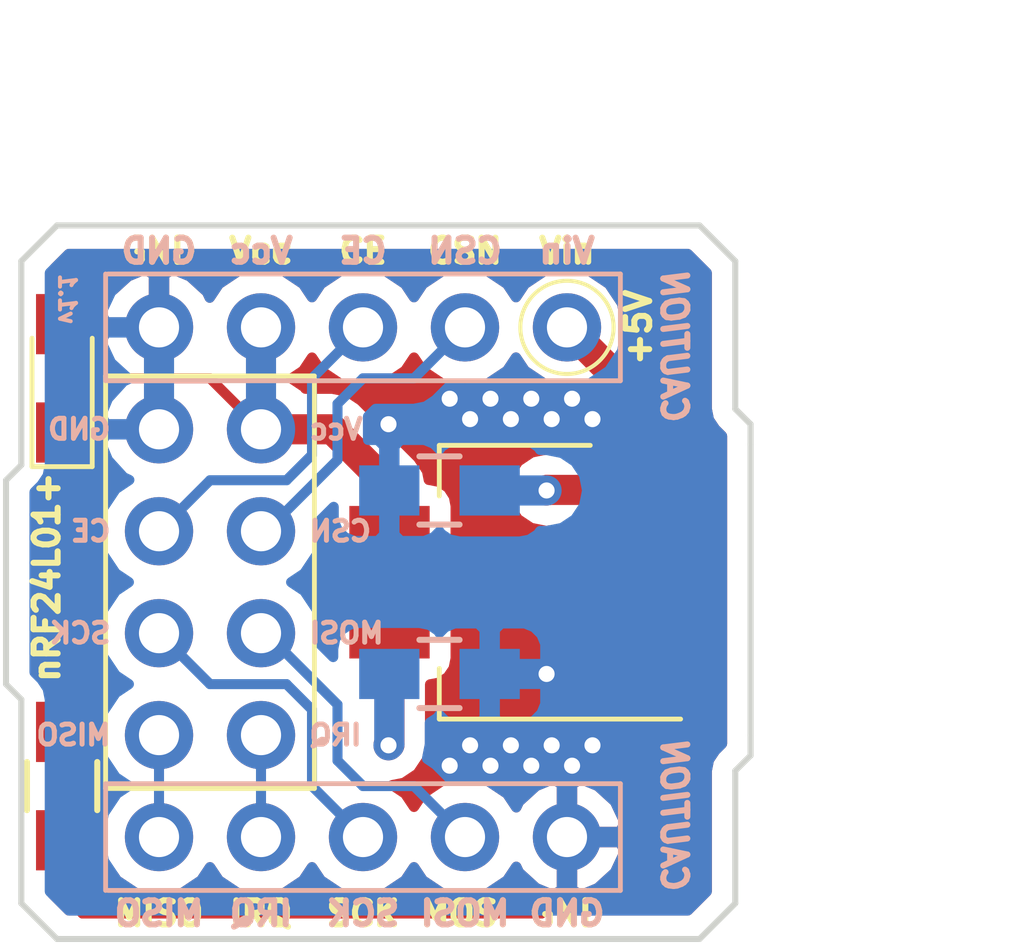
<source format=kicad_pcb>
(kicad_pcb (version 4) (host pcbnew 4.0.7)

  (general
    (links 20)
    (no_connects 0)
    (area 137.338999 85.903999 156.031001 103.834001)
    (thickness 1.6)
    (drawings 65)
    (tracks 102)
    (zones 0)
    (modules 8)
    (nets 11)
  )

  (page A4)
  (title_block
    (title "nrf24L01 Breadboard Breakout")
    (date 2018-04-02)
    (rev 1.1)
    (company "Kullen Robotics")
    (comment 1 "Filip Salomonsson")
  )

  (layers
    (0 F.Cu signal)
    (31 B.Cu signal)
    (32 B.Adhes user)
    (33 F.Adhes user)
    (34 B.Paste user)
    (35 F.Paste user)
    (36 B.SilkS user)
    (37 F.SilkS user)
    (38 B.Mask user)
    (39 F.Mask user)
    (40 Dwgs.User user)
    (41 Cmts.User user)
    (42 Eco1.User user)
    (43 Eco2.User user)
    (44 Edge.Cuts user)
    (45 Margin user)
    (46 B.CrtYd user)
    (47 F.CrtYd user)
    (48 B.Fab user)
    (49 F.Fab user)
  )

  (setup
    (last_trace_width 0.25)
    (user_trace_width 0.25)
    (user_trace_width 0.4)
    (user_trace_width 0.75)
    (trace_clearance 0.2)
    (zone_clearance 0.508)
    (zone_45_only yes)
    (trace_min 0.2)
    (segment_width 0.1)
    (edge_width 0.15)
    (via_size 0.6)
    (via_drill 0.4)
    (via_min_size 0.4)
    (via_min_drill 0.3)
    (uvia_size 0.3)
    (uvia_drill 0.1)
    (uvias_allowed no)
    (uvia_min_size 0.2)
    (uvia_min_drill 0.1)
    (pcb_text_width 0.3)
    (pcb_text_size 1.5 1.5)
    (mod_edge_width 0.15)
    (mod_text_size 1 1)
    (mod_text_width 0.15)
    (pad_size 1.524 1.524)
    (pad_drill 0.762)
    (pad_to_mask_clearance 0.2)
    (aux_axis_origin 0 0)
    (grid_origin 175.895 111.125)
    (visible_elements FFFFFF7F)
    (pcbplotparams
      (layerselection 0x010f0_80000001)
      (usegerberextensions true)
      (excludeedgelayer true)
      (linewidth 0.100000)
      (plotframeref false)
      (viasonmask false)
      (mode 1)
      (useauxorigin false)
      (hpglpennumber 1)
      (hpglpenspeed 20)
      (hpglpendiameter 15)
      (hpglpenoverlay 2)
      (psnegative false)
      (psa4output false)
      (plotreference true)
      (plotvalue true)
      (plotinvisibletext false)
      (padsonsilk false)
      (subtractmaskfromsilk false)
      (outputformat 1)
      (mirror false)
      (drillshape 0)
      (scaleselection 1)
      (outputdirectory nrf24-breakout-1.1/))
  )

  (net 0 "")
  (net 1 VCC)
  (net 2 GND)
  (net 3 +3V3)
  (net 4 CE)
  (net 5 CSN)
  (net 6 SCK)
  (net 7 MOSI)
  (net 8 MISO)
  (net 9 IRQ)
  (net 10 "Net-(D1-Pad1)")

  (net_class Default "This is the default net class."
    (clearance 0.2)
    (trace_width 0.25)
    (via_dia 0.6)
    (via_drill 0.4)
    (uvia_dia 0.3)
    (uvia_drill 0.1)
    (add_net +3V3)
    (add_net CE)
    (add_net CSN)
    (add_net GND)
    (add_net IRQ)
    (add_net MISO)
    (add_net MOSI)
    (add_net "Net-(D1-Pad1)")
    (add_net SCK)
    (add_net VCC)
  )

  (module Socket_Strips:Socket_Strip_Straight_2x04_Pitch2.54mm (layer F.Cu) (tedit 5AC21B9A) (tstamp 5AC11109)
    (at 143.764 91.059)
    (descr "Through hole straight socket strip, 2x04, 2.54mm pitch, double rows")
    (tags "Through hole socket strip THT 2x04 2.54mm double row")
    (path /5AC1035C)
    (fp_text reference J1 (at -1.27 -2.33) (layer F.SilkS) hide
      (effects (font (size 1 1) (thickness 0.15)))
    )
    (fp_text value nRF24L01 (at -5.08 3.81 90) (layer F.Fab) hide
      (effects (font (size 0.6 0.6) (thickness 0.15)))
    )
    (fp_line (start -3.81 -1.27) (end -3.81 8.89) (layer F.Fab) (width 0.1))
    (fp_line (start -3.81 8.89) (end 1.27 8.89) (layer F.Fab) (width 0.1))
    (fp_line (start 1.27 8.89) (end 1.27 -1.27) (layer F.Fab) (width 0.1))
    (fp_line (start 1.27 -1.27) (end -3.81 -1.27) (layer F.Fab) (width 0.1))
    (fp_line (start 1.33 -1.27) (end 1.33 8.95) (layer F.SilkS) (width 0.12))
    (fp_line (start 1.33 8.95) (end -3.87 8.95) (layer F.SilkS) (width 0.12))
    (fp_line (start -3.87 8.95) (end -3.87 -1.33) (layer F.SilkS) (width 0.12))
    (fp_line (start -3.87 -1.33) (end 1.33 -1.33) (layer F.SilkS) (width 0.12))
    (fp_line (start -4.35 -1.8) (end -4.35 9.4) (layer F.CrtYd) (width 0.05))
    (fp_line (start -4.35 9.4) (end 1.8 9.4) (layer F.CrtYd) (width 0.05))
    (fp_line (start 1.8 9.4) (end 1.8 -1.8) (layer F.CrtYd) (width 0.05))
    (fp_line (start 1.8 -1.8) (end -4.35 -1.8) (layer F.CrtYd) (width 0.05))
    (fp_text user %R (at -1.27 -2.33) (layer F.Fab) hide
      (effects (font (size 1 1) (thickness 0.15)))
    )
    (pad 2 thru_hole oval (at 0 0) (size 1.7 1.7) (drill 1) (layers *.Cu *.Mask)
      (net 3 +3V3))
    (pad 1 thru_hole oval (at -2.54 0) (size 1.7 1.7) (drill 1) (layers *.Cu *.Mask)
      (net 2 GND))
    (pad 4 thru_hole oval (at 0 2.54) (size 1.7 1.7) (drill 1) (layers *.Cu *.Mask)
      (net 5 CSN))
    (pad 3 thru_hole oval (at -2.54 2.54) (size 1.7 1.7) (drill 1) (layers *.Cu *.Mask)
      (net 4 CE))
    (pad 6 thru_hole oval (at 0 5.08) (size 1.7 1.7) (drill 1) (layers *.Cu *.Mask)
      (net 7 MOSI))
    (pad 5 thru_hole oval (at -2.54 5.08) (size 1.7 1.7) (drill 1) (layers *.Cu *.Mask)
      (net 6 SCK))
    (pad 8 thru_hole oval (at 0 7.62) (size 1.7 1.7) (drill 1) (layers *.Cu *.Mask)
      (net 9 IRQ))
    (pad 7 thru_hole oval (at -2.54 7.62) (size 1.7 1.7) (drill 1) (layers *.Cu *.Mask)
      (net 8 MISO))
    (model ${KISYS3DMOD}/Socket_Strips.3dshapes/Socket_Strip_Straight_2x04_Pitch2.54mm.wrl
      (at (xyz -0.05 -0.15 0))
      (scale (xyz 1 1 1))
      (rotate (xyz 0 0 270))
    )
  )

  (module TO_SOT_Packages_SMD:SOT-223-3Lead_TabPin2 (layer F.Cu) (tedit 5AC13A03) (tstamp 5AC11122)
    (at 150.114 94.869 180)
    (descr "module CMS SOT223 4 pins")
    (tags "CMS SOT")
    (path /5AC10A9A)
    (attr smd)
    (fp_text reference U1 (at 0 -4.5 180) (layer F.SilkS) hide
      (effects (font (size 1 1) (thickness 0.15)))
    )
    (fp_text value AZ1117-3.3 (at 0 4.5 180) (layer F.Fab) hide
      (effects (font (size 1 1) (thickness 0.15)))
    )
    (fp_text user %R (at 0 0 270) (layer F.Fab)
      (effects (font (size 0.8 0.8) (thickness 0.12)))
    )
    (fp_line (start 1.91 3.41) (end 1.91 2.15) (layer F.SilkS) (width 0.12))
    (fp_line (start 1.91 -3.41) (end 1.91 -2.15) (layer F.SilkS) (width 0.12))
    (fp_line (start 4.4 -3.6) (end -4.4 -3.6) (layer F.CrtYd) (width 0.05))
    (fp_line (start 4.4 3.6) (end 4.4 -3.6) (layer F.CrtYd) (width 0.05))
    (fp_line (start -4.4 3.6) (end 4.4 3.6) (layer F.CrtYd) (width 0.05))
    (fp_line (start -4.4 -3.6) (end -4.4 3.6) (layer F.CrtYd) (width 0.05))
    (fp_line (start -1.85 -2.35) (end -0.85 -3.35) (layer F.Fab) (width 0.1))
    (fp_line (start -1.85 -2.35) (end -1.85 3.35) (layer F.Fab) (width 0.1))
    (fp_line (start -1.85 3.41) (end 1.91 3.41) (layer F.SilkS) (width 0.12))
    (fp_line (start -0.85 -3.35) (end 1.85 -3.35) (layer F.Fab) (width 0.1))
    (fp_line (start -4.1 -3.41) (end 1.91 -3.41) (layer F.SilkS) (width 0.12))
    (fp_line (start -1.85 3.35) (end 1.85 3.35) (layer F.Fab) (width 0.1))
    (fp_line (start 1.85 -3.35) (end 1.85 3.35) (layer F.Fab) (width 0.1))
    (pad 2 smd rect (at 3.15 0 180) (size 2 3.8) (layers F.Cu F.Paste F.Mask)
      (net 3 +3V3))
    (pad 2 smd rect (at -3.15 0 180) (size 2 1.5) (layers F.Cu F.Paste F.Mask)
      (net 3 +3V3))
    (pad 3 smd rect (at -3.15 2.3 180) (size 2 1.5) (layers F.Cu F.Paste F.Mask)
      (net 1 VCC))
    (pad 1 smd rect (at -3.15 -2.3 180) (size 2 1.5) (layers F.Cu F.Paste F.Mask)
      (net 2 GND))
    (model ${KISYS3DMOD}/TO_SOT_Packages_SMD.3dshapes/SOT-223.wrl
      (at (xyz 0 0 0))
      (scale (xyz 1 1 1))
      (rotate (xyz 0 0 0))
    )
  )

  (module Pin_Headers:Pin_Header_Straight_1x05_Pitch2.54mm (layer B.Cu) (tedit 5AC14CB0) (tstamp 5AC133CC)
    (at 141.224 101.219 270)
    (descr "Through hole straight pin header, 1x05, 2.54mm pitch, single row")
    (tags "Through hole pin header THT 1x05 2.54mm single row")
    (path /5AC13953)
    (fp_text reference J3 (at 0 2.33 270) (layer B.SilkS) hide
      (effects (font (size 1 1) (thickness 0.15)) (justify mirror))
    )
    (fp_text value Conn_01x05_Male (at 0 -12.49 270) (layer B.Fab) hide
      (effects (font (size 1 1) (thickness 0.15)) (justify mirror))
    )
    (fp_line (start -0.635 1.27) (end 1.27 1.27) (layer B.Fab) (width 0.1))
    (fp_line (start 1.27 1.27) (end 1.27 -11.43) (layer B.Fab) (width 0.1))
    (fp_line (start 1.27 -11.43) (end -1.27 -11.43) (layer B.Fab) (width 0.1))
    (fp_line (start -1.27 -11.43) (end -1.27 0.635) (layer B.Fab) (width 0.1))
    (fp_line (start -1.27 0.635) (end -0.635 1.27) (layer B.Fab) (width 0.1))
    (fp_line (start -1.33 -11.49) (end 1.33 -11.49) (layer B.SilkS) (width 0.12))
    (fp_line (start -1.33 1.27) (end -1.33 -11.49) (layer B.SilkS) (width 0.12))
    (fp_line (start 1.33 1.27) (end 1.33 -11.49) (layer B.SilkS) (width 0.12))
    (fp_line (start -1.33 1.33) (end 1.33 1.33) (layer B.SilkS) (width 0.12))
    (fp_line (start -1.8 1.8) (end -1.8 -11.95) (layer B.CrtYd) (width 0.05))
    (fp_line (start -1.8 -11.95) (end 1.8 -11.95) (layer B.CrtYd) (width 0.05))
    (fp_line (start 1.8 -11.95) (end 1.8 1.8) (layer B.CrtYd) (width 0.05))
    (fp_line (start 1.8 1.8) (end -1.8 1.8) (layer B.CrtYd) (width 0.05))
    (fp_text user %R (at 0 -5.08 540) (layer B.Fab)
      (effects (font (size 1 1) (thickness 0.15)) (justify mirror))
    )
    (pad 1 thru_hole oval (at 0 0 270) (size 1.7 1.7) (drill 1) (layers *.Cu *.Mask)
      (net 8 MISO))
    (pad 2 thru_hole oval (at 0 -2.54 270) (size 1.7 1.7) (drill 1) (layers *.Cu *.Mask)
      (net 9 IRQ))
    (pad 3 thru_hole oval (at 0 -5.08 270) (size 1.7 1.7) (drill 1) (layers *.Cu *.Mask)
      (net 6 SCK))
    (pad 4 thru_hole oval (at 0 -7.62 270) (size 1.7 1.7) (drill 1) (layers *.Cu *.Mask)
      (net 7 MOSI))
    (pad 5 thru_hole oval (at 0 -10.16 270) (size 1.7 1.7) (drill 1) (layers *.Cu *.Mask)
      (net 2 GND))
    (model ${KISYS3DMOD}/Pin_Headers.3dshapes/Pin_Header_Straight_1x05_Pitch2.54mm.wrl
      (at (xyz 0 0 0))
      (scale (xyz 1 1 1))
      (rotate (xyz 0 0 0))
    )
  )

  (module Pin_Headers:Pin_Header_Straight_1x05_Pitch2.54mm (layer B.Cu) (tedit 5AC14CA4) (tstamp 5AC11112)
    (at 141.224 88.519 270)
    (descr "Through hole straight pin header, 1x05, 2.54mm pitch, single row")
    (tags "Through hole pin header THT 1x05 2.54mm single row")
    (path /5AC10F01)
    (fp_text reference J2 (at 0 2.33 270) (layer B.SilkS) hide
      (effects (font (size 1 1) (thickness 0.15)) (justify mirror))
    )
    (fp_text value Conn_01x05_Male (at 0 -12.49 270) (layer B.Fab) hide
      (effects (font (size 1 1) (thickness 0.15)) (justify mirror))
    )
    (fp_line (start -0.635 1.27) (end 1.27 1.27) (layer B.Fab) (width 0.1))
    (fp_line (start 1.27 1.27) (end 1.27 -11.43) (layer B.Fab) (width 0.1))
    (fp_line (start 1.27 -11.43) (end -1.27 -11.43) (layer B.Fab) (width 0.1))
    (fp_line (start -1.27 -11.43) (end -1.27 0.635) (layer B.Fab) (width 0.1))
    (fp_line (start -1.27 0.635) (end -0.635 1.27) (layer B.Fab) (width 0.1))
    (fp_line (start -1.33 -11.49) (end 1.33 -11.49) (layer B.SilkS) (width 0.12))
    (fp_line (start -1.33 1.27) (end -1.33 -11.49) (layer B.SilkS) (width 0.12))
    (fp_line (start 1.33 1.27) (end 1.33 -11.49) (layer B.SilkS) (width 0.12))
    (fp_line (start -1.33 1.33) (end 1.33 1.33) (layer B.SilkS) (width 0.12))
    (fp_line (start -1.8 1.8) (end -1.8 -11.95) (layer B.CrtYd) (width 0.05))
    (fp_line (start -1.8 -11.95) (end 1.8 -11.95) (layer B.CrtYd) (width 0.05))
    (fp_line (start 1.8 -11.95) (end 1.8 1.8) (layer B.CrtYd) (width 0.05))
    (fp_line (start 1.8 1.8) (end -1.8 1.8) (layer B.CrtYd) (width 0.05))
    (fp_text user %R (at 0 -5.08 540) (layer B.Fab)
      (effects (font (size 1 1) (thickness 0.15)) (justify mirror))
    )
    (pad 1 thru_hole oval (at 0 0 270) (size 1.7 1.7) (drill 1) (layers *.Cu *.Mask)
      (net 2 GND))
    (pad 2 thru_hole oval (at 0 -2.54 270) (size 1.7 1.7) (drill 1) (layers *.Cu *.Mask)
      (net 3 +3V3))
    (pad 3 thru_hole oval (at 0 -5.08 270) (size 1.7 1.7) (drill 1) (layers *.Cu *.Mask)
      (net 4 CE))
    (pad 4 thru_hole oval (at 0 -7.62 270) (size 1.7 1.7) (drill 1) (layers *.Cu *.Mask)
      (net 5 CSN))
    (pad 5 thru_hole oval (at 0 -10.16 270) (size 1.7 1.7) (drill 1) (layers *.Cu *.Mask)
      (net 1 VCC))
    (model ${KISYS3DMOD}/Pin_Headers.3dshapes/Pin_Header_Straight_1x05_Pitch2.54mm.wrl
      (at (xyz 0 0 0))
      (scale (xyz 1 1 1))
      (rotate (xyz 0 0 0))
    )
  )

  (module LEDs:LED_0805_HandSoldering (layer F.Cu) (tedit 5AC1394E) (tstamp 5AC11986)
    (at 138.811 89.789 90)
    (descr "Resistor SMD 0805, hand soldering")
    (tags "resistor 0805")
    (path /5AC12AB6)
    (attr smd)
    (fp_text reference D1 (at 0 -1.7 90) (layer F.SilkS) hide
      (effects (font (size 1 1) (thickness 0.15)))
    )
    (fp_text value LED (at 0 1.75 90) (layer F.Fab) hide
      (effects (font (size 1 1) (thickness 0.15)))
    )
    (fp_line (start -0.4 -0.4) (end -0.4 0.4) (layer F.Fab) (width 0.1))
    (fp_line (start -0.4 0) (end 0.2 -0.4) (layer F.Fab) (width 0.1))
    (fp_line (start 0.2 0.4) (end -0.4 0) (layer F.Fab) (width 0.1))
    (fp_line (start 0.2 -0.4) (end 0.2 0.4) (layer F.Fab) (width 0.1))
    (fp_line (start -1 0.62) (end -1 -0.62) (layer F.Fab) (width 0.1))
    (fp_line (start 1 0.62) (end -1 0.62) (layer F.Fab) (width 0.1))
    (fp_line (start 1 -0.62) (end 1 0.62) (layer F.Fab) (width 0.1))
    (fp_line (start -1 -0.62) (end 1 -0.62) (layer F.Fab) (width 0.1))
    (fp_line (start 1 0.75) (end -2.2 0.75) (layer F.SilkS) (width 0.12))
    (fp_line (start -2.2 -0.75) (end 1 -0.75) (layer F.SilkS) (width 0.12))
    (fp_line (start -2.35 -0.9) (end 2.35 -0.9) (layer F.CrtYd) (width 0.05))
    (fp_line (start -2.35 -0.9) (end -2.35 0.9) (layer F.CrtYd) (width 0.05))
    (fp_line (start 2.35 0.9) (end 2.35 -0.9) (layer F.CrtYd) (width 0.05))
    (fp_line (start 2.35 0.9) (end -2.35 0.9) (layer F.CrtYd) (width 0.05))
    (fp_line (start -2.2 -0.75) (end -2.2 0.75) (layer F.SilkS) (width 0.12))
    (pad 1 smd rect (at -1.35 0 90) (size 1.5 1.3) (layers F.Cu F.Paste F.Mask)
      (net 10 "Net-(D1-Pad1)"))
    (pad 2 smd rect (at 1.35 0 90) (size 1.5 1.3) (layers F.Cu F.Paste F.Mask)
      (net 3 +3V3))
    (model ${KISYS3DMOD}/LEDs.3dshapes/LED_0805.wrl
      (at (xyz 0 0 0))
      (scale (xyz 1 1 1))
      (rotate (xyz 0 0 0))
    )
  )

  (module Resistors_SMD:R_0805_HandSoldering (layer F.Cu) (tedit 5AC12BCF) (tstamp 5AC1198C)
    (at 138.811 99.949 270)
    (descr "Resistor SMD 0805, hand soldering")
    (tags "resistor 0805")
    (path /5AC12B66)
    (attr smd)
    (fp_text reference R1 (at 0 -2.1 270) (layer F.SilkS) hide
      (effects (font (size 1 1) (thickness 0.15)))
    )
    (fp_text value 1kΩ (at 0 2.1 270) (layer F.Fab) hide
      (effects (font (size 1 1) (thickness 0.15)))
    )
    (fp_line (start -1 0.625) (end -1 -0.625) (layer F.Fab) (width 0.1))
    (fp_line (start 1 0.625) (end -1 0.625) (layer F.Fab) (width 0.1))
    (fp_line (start 1 -0.625) (end 1 0.625) (layer F.Fab) (width 0.1))
    (fp_line (start -1 -0.625) (end 1 -0.625) (layer F.Fab) (width 0.1))
    (fp_line (start -2.4 -1) (end 2.4 -1) (layer F.CrtYd) (width 0.05))
    (fp_line (start -2.4 1) (end 2.4 1) (layer F.CrtYd) (width 0.05))
    (fp_line (start -2.4 -1) (end -2.4 1) (layer F.CrtYd) (width 0.05))
    (fp_line (start 2.4 -1) (end 2.4 1) (layer F.CrtYd) (width 0.05))
    (fp_line (start 0.6 0.875) (end -0.6 0.875) (layer F.SilkS) (width 0.15))
    (fp_line (start -0.6 -0.875) (end 0.6 -0.875) (layer F.SilkS) (width 0.15))
    (pad 1 smd rect (at -1.35 0 270) (size 1.5 1.3) (layers F.Cu F.Paste F.Mask)
      (net 10 "Net-(D1-Pad1)"))
    (pad 2 smd rect (at 1.35 0 270) (size 1.5 1.3) (layers F.Cu F.Paste F.Mask)
      (net 2 GND))
    (model Resistors_SMD.3dshapes/R_0805_HandSoldering.wrl
      (at (xyz 0 0 0))
      (scale (xyz 1 1 1))
      (rotate (xyz 0 0 0))
    )
  )

  (module Capacitors_SMD:C_0805_HandSoldering (layer B.Cu) (tedit 5AC12BC9) (tstamp 5AC110FD)
    (at 148.209 97.155)
    (descr "Capacitor SMD 0805, hand soldering")
    (tags "capacitor 0805")
    (path /5AC102B3)
    (attr smd)
    (fp_text reference C2 (at 0 2.1) (layer B.SilkS) hide
      (effects (font (size 1 1) (thickness 0.15)) (justify mirror))
    )
    (fp_text value 10uF (at 0 -2.1) (layer B.Fab) hide
      (effects (font (size 1 1) (thickness 0.15)) (justify mirror))
    )
    (fp_line (start -1 -0.625) (end -1 0.625) (layer B.Fab) (width 0.15))
    (fp_line (start 1 -0.625) (end -1 -0.625) (layer B.Fab) (width 0.15))
    (fp_line (start 1 0.625) (end 1 -0.625) (layer B.Fab) (width 0.15))
    (fp_line (start -1 0.625) (end 1 0.625) (layer B.Fab) (width 0.15))
    (fp_line (start -2.3 1) (end 2.3 1) (layer B.CrtYd) (width 0.05))
    (fp_line (start -2.3 -1) (end 2.3 -1) (layer B.CrtYd) (width 0.05))
    (fp_line (start -2.3 1) (end -2.3 -1) (layer B.CrtYd) (width 0.05))
    (fp_line (start 2.3 1) (end 2.3 -1) (layer B.CrtYd) (width 0.05))
    (fp_line (start 0.5 0.85) (end -0.5 0.85) (layer B.SilkS) (width 0.15))
    (fp_line (start -0.5 -0.85) (end 0.5 -0.85) (layer B.SilkS) (width 0.15))
    (pad 1 smd rect (at -1.25 0) (size 1.5 1.25) (layers B.Cu B.Paste B.Mask)
      (net 3 +3V3))
    (pad 2 smd rect (at 1.25 0) (size 1.5 1.25) (layers B.Cu B.Paste B.Mask)
      (net 2 GND))
    (model Capacitors_SMD.3dshapes/C_0805_HandSoldering.wrl
      (at (xyz 0 0 0))
      (scale (xyz 1 1 1))
      (rotate (xyz 0 0 0))
    )
  )

  (module Capacitors_SMD:C_0805_HandSoldering (layer B.Cu) (tedit 5AC12BB4) (tstamp 5AC110F7)
    (at 148.209 92.583 180)
    (descr "Capacitor SMD 0805, hand soldering")
    (tags "capacitor 0805")
    (path /5AC10233)
    (attr smd)
    (fp_text reference C1 (at 0 2.1 180) (layer B.SilkS) hide
      (effects (font (size 1 1) (thickness 0.15)) (justify mirror))
    )
    (fp_text value 10uF (at 0 -2.1 180) (layer B.Fab) hide
      (effects (font (size 1 1) (thickness 0.15)) (justify mirror))
    )
    (fp_line (start -1 -0.625) (end -1 0.625) (layer B.Fab) (width 0.15))
    (fp_line (start 1 -0.625) (end -1 -0.625) (layer B.Fab) (width 0.15))
    (fp_line (start 1 0.625) (end 1 -0.625) (layer B.Fab) (width 0.15))
    (fp_line (start -1 0.625) (end 1 0.625) (layer B.Fab) (width 0.15))
    (fp_line (start -2.3 1) (end 2.3 1) (layer B.CrtYd) (width 0.05))
    (fp_line (start -2.3 -1) (end 2.3 -1) (layer B.CrtYd) (width 0.05))
    (fp_line (start -2.3 1) (end -2.3 -1) (layer B.CrtYd) (width 0.05))
    (fp_line (start 2.3 1) (end 2.3 -1) (layer B.CrtYd) (width 0.05))
    (fp_line (start 0.5 0.85) (end -0.5 0.85) (layer B.SilkS) (width 0.15))
    (fp_line (start -0.5 -0.85) (end 0.5 -0.85) (layer B.SilkS) (width 0.15))
    (pad 1 smd rect (at -1.25 0 180) (size 1.5 1.25) (layers B.Cu B.Paste B.Mask)
      (net 1 VCC))
    (pad 2 smd rect (at 1.25 0 180) (size 1.5 1.25) (layers B.Cu B.Paste B.Mask)
      (net 2 GND))
    (model Capacitors_SMD.3dshapes/C_0805_HandSoldering.wrl
      (at (xyz 0 0 0))
      (scale (xyz 1 1 1))
      (rotate (xyz 0 0 0))
    )
  )

  (dimension 17.78 (width 0.3) (layer Cmts.User)
    (gr_text "17.780 mm" (at 160.1 94.869 90) (layer Cmts.User)
      (effects (font (size 1.5 1.5) (thickness 0.3)))
    )
    (feature1 (pts (xy 154.686 85.979) (xy 161.45 85.979)))
    (feature2 (pts (xy 154.686 103.759) (xy 161.45 103.759)))
    (crossbar (pts (xy 158.75 103.759) (xy 158.75 85.979)))
    (arrow1a (pts (xy 158.75 85.979) (xy 159.336421 87.105504)))
    (arrow1b (pts (xy 158.75 85.979) (xy 158.163579 87.105504)))
    (arrow2a (pts (xy 158.75 103.759) (xy 159.336421 102.632496)))
    (arrow2b (pts (xy 158.75 103.759) (xy 158.163579 102.632496)))
  )
  (dimension 18.542 (width 0.3) (layer Cmts.User)
    (gr_text "18.542 mm" (at 146.685 82.216) (layer Cmts.User)
      (effects (font (size 1.5 1.5) (thickness 0.3)))
    )
    (feature1 (pts (xy 155.956 93.091) (xy 155.956 80.866)))
    (feature2 (pts (xy 137.414 93.091) (xy 137.414 80.866)))
    (crossbar (pts (xy 137.414 83.566) (xy 155.956 83.566)))
    (arrow1a (pts (xy 155.956 83.566) (xy 154.829496 84.152421)))
    (arrow1b (pts (xy 155.956 83.566) (xy 154.829496 82.979579)))
    (arrow2a (pts (xy 137.414 83.566) (xy 138.540504 84.152421)))
    (arrow2b (pts (xy 137.414 83.566) (xy 138.540504 82.979579)))
  )
  (gr_line (start 152.908 98.425) (end 152.908 91.567) (angle 90) (layer B.Mask) (width 0.1))
  (gr_line (start 155.575 90.551) (end 155.575 86.868) (angle 90) (layer Edge.Cuts) (width 0.15))
  (gr_line (start 155.575 102.87) (end 155.575 99.568) (angle 90) (layer Edge.Cuts) (width 0.15))
  (gr_line (start 155.956 90.932) (end 155.956 91.44) (angle 90) (layer Edge.Cuts) (width 0.15))
  (gr_line (start 155.956 99.187) (end 155.956 98.679) (angle 90) (layer Edge.Cuts) (width 0.15))
  (gr_line (start 155.956 99.187) (end 155.575 99.568) (angle 90) (layer Edge.Cuts) (width 0.15))
  (gr_line (start 155.956 91.44) (end 155.956 98.679) (angle 90) (layer Edge.Cuts) (width 0.15))
  (gr_line (start 155.575 90.551) (end 155.956 90.932) (angle 90) (layer Edge.Cuts) (width 0.15))
  (gr_line (start 154.686 103.759) (end 138.684 103.759) (angle 90) (layer Edge.Cuts) (width 0.15))
  (gr_line (start 155.575 102.87) (end 154.686 103.759) (angle 90) (layer Edge.Cuts) (width 0.15))
  (gr_line (start 154.686 85.979) (end 138.684 85.979) (angle 90) (layer Edge.Cuts) (width 0.15))
  (gr_line (start 155.575 86.868) (end 154.686 85.979) (angle 90) (layer Edge.Cuts) (width 0.15))
  (gr_text . (at 152.781 100.584) (layer F.Mask)
    (effects (font (size 0.4 0.4) (thickness 0.1)))
  )
  (gr_text . (at 152.5905 101.346 90) (layer F.Mask)
    (effects (font (size 0.4 0.4) (thickness 0.1)))
  )
  (gr_text . (at 152.8445 100.33 90) (layer F.Mask)
    (effects (font (size 0.4 0.4) (thickness 0.1)))
  )
  (gr_text . (at 153.035 99.8855 90) (layer F.Mask)
    (effects (font (size 0.4 0.4) (thickness 0.1)))
  )
  (gr_text . (at 153.0985 99.06 90) (layer F.Mask)
    (effects (font (size 0.4 0.4) (thickness 0.1)))
  )
  (gr_text . (at 153.543 99.187 90) (layer F.Mask)
    (effects (font (size 0.4 0.4) (thickness 0.1)))
  )
  (gr_text . (at 153.4795 99.822 90) (layer F.Mask)
    (effects (font (size 0.4 0.4) (thickness 0.1)))
  )
  (gr_text "Kullen\n  Robotics" (at 153.8605 102.616 90) (layer F.Mask)
    (effects (font (size 0.4 0.4) (thickness 0.1) italic) (justify left))
  )
  (gr_text CAUTION (at 154.051 89.027 270) (layer B.SilkS)
    (effects (font (size 0.6 0.6) (thickness 0.15) italic) (justify mirror))
  )
  (gr_text "THIS MACHINE\nHAS NO BRAIN" (at 154.051 94.996 270) (layer B.Mask)
    (effects (font (size 0.6 0.6) (thickness 0.15) italic) (justify mirror))
  )
  (gr_text "USE YOUR OWN!" (at 152.273 94.996 270) (layer B.Mask)
    (effects (font (size 0.55 0.55) (thickness 0.1375) italic) (justify mirror))
  )
  (gr_circle (center 151.384 88.519) (end 152.544 88.569) (layer F.SilkS) (width 0.1))
  (gr_line (start 137.795 86.868) (end 138.684 85.979) (angle 90) (layer Edge.Cuts) (width 0.15))
  (gr_line (start 137.795 91.948) (end 137.795 86.868) (angle 90) (layer Edge.Cuts) (width 0.15))
  (gr_line (start 137.414 92.329) (end 137.795 91.948) (angle 90) (layer Edge.Cuts) (width 0.15))
  (gr_line (start 137.414 97.409) (end 137.414 92.329) (angle 90) (layer Edge.Cuts) (width 0.15))
  (gr_line (start 137.795 97.79) (end 137.414 97.409) (angle 90) (layer Edge.Cuts) (width 0.15))
  (gr_line (start 137.795 102.87) (end 137.795 97.79) (angle 90) (layer Edge.Cuts) (width 0.15))
  (gr_line (start 138.684 103.759) (end 137.795 102.87) (angle 90) (layer Edge.Cuts) (width 0.15))
  (gr_text CAUTION (at 154.051 100.711 270) (layer B.SilkS)
    (effects (font (size 0.6 0.6) (thickness 0.15) italic) (justify mirror))
  )
  (gr_text +5V (at 153.162 88.519 90) (layer F.SilkS)
    (effects (font (size 0.6 0.6) (thickness 0.15)))
  )
  (gr_text SCK (at 140.081 96.139) (layer B.SilkS)
    (effects (font (size 0.5 0.5) (thickness 0.125)) (justify left mirror))
  )
  (gr_text IRQ (at 144.907 98.679) (layer B.SilkS)
    (effects (font (size 0.5 0.5) (thickness 0.125)) (justify right mirror))
  )
  (gr_text MISO (at 140.081 98.679) (layer B.SilkS)
    (effects (font (size 0.5 0.5) (thickness 0.125)) (justify left mirror))
  )
  (gr_text MOSI (at 144.907 96.139) (layer B.SilkS)
    (effects (font (size 0.5 0.5) (thickness 0.125)) (justify right mirror))
  )
  (gr_text CSN (at 144.907 93.599) (layer B.SilkS)
    (effects (font (size 0.5 0.5) (thickness 0.125)) (justify right mirror))
  )
  (gr_text CE (at 140.081 93.599) (layer B.SilkS)
    (effects (font (size 0.5 0.5) (thickness 0.125)) (justify left mirror))
  )
  (gr_text GND (at 140.081 91.059) (layer B.SilkS)
    (effects (font (size 0.5 0.5) (thickness 0.125)) (justify left mirror))
  )
  (gr_text Vcc (at 144.907 91.059) (layer B.SilkS)
    (effects (font (size 0.5 0.5) (thickness 0.125)) (justify right mirror))
  )
  (gr_text Vcc (at 143.764 86.614) (layer B.SilkS)
    (effects (font (size 0.6 0.6) (thickness 0.15)) (justify mirror))
  )
  (gr_text GND (at 141.224 86.614) (layer B.SilkS)
    (effects (font (size 0.6 0.6) (thickness 0.15)) (justify mirror))
  )
  (gr_text CE (at 146.304 86.614) (layer B.SilkS)
    (effects (font (size 0.6 0.6) (thickness 0.15)) (justify mirror))
  )
  (gr_text CSN (at 148.844 86.614) (layer B.SilkS)
    (effects (font (size 0.6 0.6) (thickness 0.15)) (justify mirror))
  )
  (gr_text Vin (at 151.384 86.614) (layer B.SilkS)
    (effects (font (size 0.6 0.6) (thickness 0.15)) (justify mirror))
  )
  (gr_text GND (at 151.384 103.124) (layer B.SilkS)
    (effects (font (size 0.6 0.6) (thickness 0.15)) (justify mirror))
  )
  (gr_text SCK (at 146.304 103.124) (layer B.SilkS)
    (effects (font (size 0.6 0.6) (thickness 0.15)) (justify mirror))
  )
  (gr_text MOSI (at 148.844 103.124) (layer B.SilkS)
    (effects (font (size 0.6 0.6) (thickness 0.15)) (justify mirror))
  )
  (gr_text MISO (at 141.224 103.124) (layer B.SilkS)
    (effects (font (size 0.6 0.6) (thickness 0.15)) (justify mirror))
  )
  (gr_text IRQ (at 143.764 103.124) (layer B.SilkS)
    (effects (font (size 0.6 0.6) (thickness 0.15)) (justify mirror))
  )
  (gr_text v1.1 (at 138.938 88.519 270) (layer B.SilkS)
    (effects (font (size 0.4 0.4) (thickness 0.1) italic) (justify left mirror))
  )
  (gr_text nRF24L01+ (at 138.43 94.742 90) (layer F.SilkS)
    (effects (font (size 0.6 0.6) (thickness 0.15)))
  )
  (gr_text GND (at 141.224 86.614) (layer F.SilkS)
    (effects (font (size 0.6 0.6) (thickness 0.15)))
  )
  (gr_text Vcc (at 143.764 86.614) (layer F.SilkS)
    (effects (font (size 0.6 0.6) (thickness 0.15)))
  )
  (gr_text CSN (at 148.844 86.614) (layer F.SilkS)
    (effects (font (size 0.6 0.6) (thickness 0.15)))
  )
  (gr_text MOSI (at 148.844 103.124) (layer F.SilkS)
    (effects (font (size 0.6 0.6) (thickness 0.15)))
  )
  (gr_text IRQ (at 143.764 103.124) (layer F.SilkS)
    (effects (font (size 0.6 0.6) (thickness 0.15)))
  )
  (gr_text Vin (at 151.384 86.614) (layer F.SilkS)
    (effects (font (size 0.6 0.6) (thickness 0.15)))
  )
  (gr_text GND (at 151.384 103.124) (layer F.SilkS)
    (effects (font (size 0.6 0.6) (thickness 0.15)))
  )
  (gr_text MISO (at 141.224 103.124) (layer F.SilkS)
    (effects (font (size 0.6 0.6) (thickness 0.15)))
  )
  (gr_text SCK (at 146.304 103.124) (layer F.SilkS)
    (effects (font (size 0.6 0.6) (thickness 0.15)))
  )
  (gr_text CE (at 146.304 86.614) (layer F.SilkS)
    (effects (font (size 0.6 0.6) (thickness 0.15)))
  )

  (segment (start 153.264 92.569) (end 153.264 90.399) (width 0.75) (layer F.Cu) (net 1))
  (segment (start 153.264 90.399) (end 151.384 88.519) (width 0.75) (layer F.Cu) (net 1) (tstamp 5AC15C04))
  (segment (start 153.264 92.569) (end 150.89 92.569) (width 0.75) (layer F.Cu) (net 1))
  (segment (start 150.89 92.569) (end 150.876 92.583) (width 0.75) (layer F.Cu) (net 1) (tstamp 5AC14558))
  (via (at 150.876 92.583) (size 0.6) (drill 0.4) (layers F.Cu B.Cu) (net 1))
  (segment (start 150.876 92.583) (end 150.094 92.583) (width 0.75) (layer B.Cu) (net 1) (tstamp 5AC1455D))
  (segment (start 151.364 88.539) (end 151.384 88.519) (width 0.25) (layer F.Cu) (net 1) (tstamp 5AC13A71))
  (segment (start 146.939 90.932) (end 147.828 90.932) (width 0.25) (layer F.Cu) (net 2))
  (via (at 148.463 90.297) (size 0.6) (drill 0.4) (layers F.Cu B.Cu) (net 2))
  (segment (start 148.463 90.297) (end 148.971 90.805) (width 0.25) (layer B.Cu) (net 2) (tstamp 5AC17569))
  (via (at 148.971 90.805) (size 0.6) (drill 0.4) (layers F.Cu B.Cu) (net 2))
  (segment (start 148.971 90.805) (end 149.479 90.297) (width 0.25) (layer F.Cu) (net 2) (tstamp 5AC1756C))
  (via (at 149.479 90.297) (size 0.6) (drill 0.4) (layers F.Cu B.Cu) (net 2))
  (segment (start 149.479 90.297) (end 149.987 90.805) (width 0.25) (layer B.Cu) (net 2) (tstamp 5AC1756F))
  (via (at 149.987 90.805) (size 0.6) (drill 0.4) (layers F.Cu B.Cu) (net 2))
  (segment (start 149.987 90.805) (end 150.495 90.297) (width 0.25) (layer F.Cu) (net 2) (tstamp 5AC17572))
  (via (at 150.495 90.297) (size 0.6) (drill 0.4) (layers F.Cu B.Cu) (net 2))
  (segment (start 150.495 90.297) (end 151.003 90.805) (width 0.25) (layer B.Cu) (net 2) (tstamp 5AC17575))
  (via (at 151.003 90.805) (size 0.6) (drill 0.4) (layers F.Cu B.Cu) (net 2))
  (segment (start 151.003 90.805) (end 151.511 90.297) (width 0.25) (layer F.Cu) (net 2) (tstamp 5AC17578))
  (via (at 151.511 90.297) (size 0.6) (drill 0.4) (layers F.Cu B.Cu) (net 2))
  (segment (start 152.019 90.805) (end 151.511 90.297) (width 0.25) (layer B.Cu) (net 2) (tstamp 5AC1757B))
  (via (at 152.019 90.805) (size 0.6) (drill 0.4) (layers F.Cu B.Cu) (net 2))
  (segment (start 146.959 90.952) (end 146.939 90.932) (width 0.4) (layer B.Cu) (net 2) (tstamp 5AC16535))
  (via (at 146.939 90.932) (size 0.6) (drill 0.4) (layers F.Cu B.Cu) (net 2))
  (segment (start 146.959 90.952) (end 146.959 92.583) (width 0.4) (layer B.Cu) (net 2))
  (segment (start 147.828 90.932) (end 148.463 90.297) (width 0.25) (layer F.Cu) (net 2) (tstamp 5AC227C8))
  (segment (start 138.811 101.299) (end 138.811 102.616) (width 0.25) (layer F.Cu) (net 2))
  (segment (start 151.384 102.489) (end 151.384 101.219) (width 0.25) (layer F.Cu) (net 2) (tstamp 5AC21F9C))
  (segment (start 150.749 103.124) (end 151.384 102.489) (width 0.25) (layer F.Cu) (net 2) (tstamp 5AC21F9B))
  (segment (start 139.319 103.124) (end 150.749 103.124) (width 0.25) (layer F.Cu) (net 2) (tstamp 5AC21F95))
  (segment (start 138.811 102.616) (end 139.319 103.124) (width 0.25) (layer F.Cu) (net 2) (tstamp 5AC21F92))
  (segment (start 141.224 91.059) (end 141.224 88.519) (width 0.75) (layer B.Cu) (net 2))
  (segment (start 153.264 97.169) (end 153.264 97.688) (width 0.25) (layer F.Cu) (net 2))
  (segment (start 153.264 97.688) (end 152.019 98.933) (width 0.25) (layer F.Cu) (net 2) (tstamp 5AC17503))
  (via (at 148.463 99.441) (size 0.6) (drill 0.4) (layers F.Cu B.Cu) (net 2))
  (segment (start 148.971 98.933) (end 148.463 99.441) (width 0.25) (layer B.Cu) (net 2) (tstamp 5AC17524))
  (via (at 148.971 98.933) (size 0.6) (drill 0.4) (layers F.Cu B.Cu) (net 2))
  (segment (start 149.479 99.441) (end 148.971 98.933) (width 0.25) (layer F.Cu) (net 2) (tstamp 5AC17521))
  (via (at 149.479 99.441) (size 0.6) (drill 0.4) (layers F.Cu B.Cu) (net 2))
  (segment (start 149.987 98.933) (end 149.479 99.441) (width 0.25) (layer B.Cu) (net 2) (tstamp 5AC1751E))
  (via (at 149.987 98.933) (size 0.6) (drill 0.4) (layers F.Cu B.Cu) (net 2))
  (segment (start 150.495 99.441) (end 149.987 98.933) (width 0.25) (layer F.Cu) (net 2) (tstamp 5AC1751B))
  (via (at 150.495 99.441) (size 0.6) (drill 0.4) (layers F.Cu B.Cu) (net 2))
  (segment (start 151.003 98.933) (end 150.495 99.441) (width 0.25) (layer B.Cu) (net 2) (tstamp 5AC17518))
  (via (at 151.003 98.933) (size 0.6) (drill 0.4) (layers F.Cu B.Cu) (net 2))
  (segment (start 151.511 99.441) (end 151.003 98.933) (width 0.25) (layer F.Cu) (net 2) (tstamp 5AC17515))
  (via (at 151.511 99.441) (size 0.6) (drill 0.4) (layers F.Cu B.Cu) (net 2))
  (segment (start 152.019 98.933) (end 151.511 99.441) (width 0.25) (layer B.Cu) (net 2) (tstamp 5AC1750E))
  (via (at 152.019 98.933) (size 0.6) (drill 0.4) (layers F.Cu B.Cu) (net 2))
  (segment (start 149.459 97.155) (end 150.876 97.155) (width 0.75) (layer B.Cu) (net 2))
  (segment (start 150.89 97.169) (end 153.264 97.169) (width 0.75) (layer F.Cu) (net 2))
  (via (at 150.876 97.155) (size 0.6) (drill 0.4) (layers F.Cu B.Cu) (net 2))
  (segment (start 150.89 97.169) (end 150.876 97.155) (width 0.75) (layer F.Cu) (net 2) (tstamp 5AC15675))
  (segment (start 153.264 97.169) (end 153.264 97.414) (width 0.25) (layer F.Cu) (net 2))
  (segment (start 151.364 101.199) (end 151.384 101.219) (width 0.25) (layer F.Cu) (net 2) (tstamp 5AC13AA0))
  (segment (start 138.811 88.439) (end 138.811 88.519) (width 0.25) (layer F.Cu) (net 3))
  (segment (start 138.811 88.519) (end 140.081 89.789) (width 0.25) (layer F.Cu) (net 3) (tstamp 5AC22191))
  (segment (start 140.081 89.789) (end 142.494 89.789) (width 0.25) (layer F.Cu) (net 3) (tstamp 5AC22195))
  (segment (start 142.494 89.789) (end 143.764 91.059) (width 0.25) (layer F.Cu) (net 3) (tstamp 5AC221AF))
  (segment (start 146.964 94.869) (end 153.264 94.869) (width 0.75) (layer F.Cu) (net 3))
  (segment (start 143.764 91.059) (end 145.542 91.059) (width 0.75) (layer F.Cu) (net 3))
  (segment (start 146.964 92.481) (end 146.964 94.869) (width 0.75) (layer F.Cu) (net 3) (tstamp 5AC21D0B))
  (segment (start 145.542 91.059) (end 146.964 92.481) (width 0.75) (layer F.Cu) (net 3) (tstamp 5AC21CF2))
  (segment (start 143.764 91.059) (end 143.764 88.519) (width 0.75) (layer B.Cu) (net 3))
  (segment (start 146.964 94.869) (end 146.964 98.908) (width 0.75) (layer F.Cu) (net 3))
  (segment (start 146.959 98.913) (end 146.959 97.155) (width 0.75) (layer B.Cu) (net 3) (tstamp 5AC16505))
  (segment (start 146.939 98.933) (end 146.959 98.913) (width 0.75) (layer B.Cu) (net 3) (tstamp 5AC16504))
  (via (at 146.939 98.933) (size 0.6) (drill 0.4) (layers F.Cu B.Cu) (net 3))
  (segment (start 146.964 98.908) (end 146.939 98.933) (width 0.75) (layer F.Cu) (net 3) (tstamp 5AC164FB))
  (segment (start 138.764 88.519) (end 138.684 88.439) (width 0.25) (layer F.Cu) (net 3) (tstamp 5AC13A52))
  (segment (start 141.224 93.599) (end 142.494 92.329) (width 0.25) (layer B.Cu) (net 4))
  (segment (start 142.494 92.329) (end 144.399 92.329) (width 0.25) (layer B.Cu) (net 4) (tstamp 5AC15B46))
  (segment (start 144.399 92.329) (end 145.034 91.694) (width 0.25) (layer B.Cu) (net 4) (tstamp 5AC15B49))
  (segment (start 145.034 89.789) (end 146.304 88.519) (width 0.25) (layer B.Cu) (net 4) (tstamp 5AC15B50))
  (segment (start 145.034 91.694) (end 145.034 89.789) (width 0.25) (layer B.Cu) (net 4) (tstamp 5AC15B4D))
  (segment (start 147.574 89.789) (end 148.844 88.519) (width 0.25) (layer B.Cu) (net 5) (tstamp 5AC15B9D))
  (segment (start 146.304 89.789) (end 147.574 89.789) (width 0.25) (layer B.Cu) (net 5) (tstamp 5AC15B9B))
  (segment (start 143.764 93.599) (end 143.891 93.599) (width 0.25) (layer B.Cu) (net 5))
  (segment (start 143.891 93.599) (end 145.669 91.821) (width 0.25) (layer B.Cu) (net 5) (tstamp 5AC15EA3))
  (segment (start 145.669 91.821) (end 145.669 91.44) (width 0.25) (layer B.Cu) (net 5) (tstamp 5AC15EB7))
  (segment (start 145.669 91.44) (end 145.669 90.424) (width 0.25) (layer B.Cu) (net 5) (tstamp 5AC15EBC))
  (segment (start 145.669 90.424) (end 146.304 89.789) (width 0.25) (layer B.Cu) (net 5) (tstamp 5AC15B99))
  (segment (start 142.494 97.409) (end 141.224 96.139) (width 0.25) (layer B.Cu) (net 6) (tstamp 5AC13660))
  (segment (start 144.399 97.409) (end 142.494 97.409) (width 0.25) (layer B.Cu) (net 6) (tstamp 5AC1365F))
  (segment (start 145.034 98.044) (end 144.399 97.409) (width 0.25) (layer B.Cu) (net 6) (tstamp 5AC1365E))
  (segment (start 145.034 99.949) (end 145.034 98.044) (width 0.25) (layer B.Cu) (net 6) (tstamp 5AC1365D))
  (segment (start 146.304 101.219) (end 145.034 99.949) (width 0.25) (layer B.Cu) (net 6))
  (segment (start 147.574 99.949) (end 148.844 101.219) (width 0.25) (layer B.Cu) (net 7) (tstamp 5AC15BBE))
  (segment (start 146.304 99.949) (end 147.574 99.949) (width 0.25) (layer B.Cu) (net 7) (tstamp 5AC15BBC))
  (segment (start 145.669 99.314) (end 146.304 99.949) (width 0.25) (layer B.Cu) (net 7) (tstamp 5AC15BBA))
  (segment (start 145.669 97.917) (end 145.669 99.314) (width 0.25) (layer B.Cu) (net 7) (tstamp 5AC15EE1))
  (segment (start 143.764 96.139) (end 143.891 96.139) (width 0.25) (layer B.Cu) (net 7))
  (segment (start 143.891 96.139) (end 145.669 97.917) (width 0.25) (layer B.Cu) (net 7) (tstamp 5AC15ED6))
  (segment (start 141.224 101.219) (end 141.224 98.679) (width 0.25) (layer B.Cu) (net 8))
  (segment (start 143.764 101.219) (end 143.764 98.679) (width 0.25) (layer B.Cu) (net 9))
  (segment (start 138.684 98.599) (end 138.684 98.171) (width 0.25) (layer F.Cu) (net 10))
  (segment (start 138.684 98.171) (end 139.192 97.663) (width 0.25) (layer F.Cu) (net 10) (tstamp 5AC14CC9))
  (segment (start 139.192 97.663) (end 139.446 97.409) (width 0.25) (layer F.Cu) (net 10) (tstamp 5AC14CDD))
  (segment (start 139.446 97.409) (end 139.446 92.329) (width 0.25) (layer F.Cu) (net 10) (tstamp 5AC14CE5))
  (segment (start 139.446 92.329) (end 138.684 91.567) (width 0.25) (layer F.Cu) (net 10) (tstamp 5AC14CEB))
  (segment (start 138.684 91.567) (end 138.684 91.139) (width 0.25) (layer F.Cu) (net 10) (tstamp 5AC14CF3))

  (zone (net 2) (net_name GND) (layer B.Cu) (tstamp 5AC14592) (hatch edge 0.508)
    (connect_pads (clearance 0.508))
    (min_thickness 0.254)
    (fill yes (arc_segments 16) (thermal_gap 0.508) (thermal_bridge_width 0.508))
    (polygon
      (pts
        (xy 155.956 103.759) (xy 155.956 86.106) (xy 137.414 85.979) (xy 137.414 103.759)
      )
    )
    (filled_polygon
      (pts
        (xy 154.865 87.162092) (xy 154.865 90.551) (xy 154.919046 90.822705) (xy 155.072954 91.053046) (xy 155.246 91.226092)
        (xy 155.246 98.892908) (xy 155.072954 99.065954) (xy 154.919046 99.296295) (xy 154.865 99.568) (xy 154.865 102.575908)
        (xy 154.391908 103.049) (xy 138.978092 103.049) (xy 138.505 102.575908) (xy 138.505 97.79) (xy 138.450954 97.518295)
        (xy 138.297046 97.287954) (xy 138.124 97.114908) (xy 138.124 93.599) (xy 139.709907 93.599) (xy 139.822946 94.167285)
        (xy 140.144853 94.649054) (xy 140.474026 94.869) (xy 140.144853 95.088946) (xy 139.822946 95.570715) (xy 139.709907 96.139)
        (xy 139.822946 96.707285) (xy 140.144853 97.189054) (xy 140.474026 97.409) (xy 140.144853 97.628946) (xy 139.822946 98.110715)
        (xy 139.709907 98.679) (xy 139.822946 99.247285) (xy 140.144853 99.729054) (xy 140.464 99.942301) (xy 140.464 99.946046)
        (xy 140.173946 100.139853) (xy 139.852039 100.621622) (xy 139.739 101.189907) (xy 139.739 101.248093) (xy 139.852039 101.816378)
        (xy 140.173946 102.298147) (xy 140.655715 102.620054) (xy 141.224 102.733093) (xy 141.792285 102.620054) (xy 142.274054 102.298147)
        (xy 142.494 101.968974) (xy 142.713946 102.298147) (xy 143.195715 102.620054) (xy 143.764 102.733093) (xy 144.332285 102.620054)
        (xy 144.814054 102.298147) (xy 145.034 101.968974) (xy 145.253946 102.298147) (xy 145.735715 102.620054) (xy 146.304 102.733093)
        (xy 146.872285 102.620054) (xy 147.354054 102.298147) (xy 147.574 101.968974) (xy 147.793946 102.298147) (xy 148.275715 102.620054)
        (xy 148.844 102.733093) (xy 149.412285 102.620054) (xy 149.894054 102.298147) (xy 150.121702 101.957447) (xy 150.188817 102.100358)
        (xy 150.617076 102.490645) (xy 151.02711 102.660476) (xy 151.257 102.539155) (xy 151.257 101.346) (xy 151.511 101.346)
        (xy 151.511 102.539155) (xy 151.74089 102.660476) (xy 152.150924 102.490645) (xy 152.579183 102.100358) (xy 152.825486 101.575892)
        (xy 152.704819 101.346) (xy 151.511 101.346) (xy 151.257 101.346) (xy 151.237 101.346) (xy 151.237 101.092)
        (xy 151.257 101.092) (xy 151.257 99.898845) (xy 151.511 99.898845) (xy 151.511 101.092) (xy 152.704819 101.092)
        (xy 152.825486 100.862108) (xy 152.579183 100.337642) (xy 152.150924 99.947355) (xy 151.74089 99.777524) (xy 151.511 99.898845)
        (xy 151.257 99.898845) (xy 151.02711 99.777524) (xy 150.617076 99.947355) (xy 150.188817 100.337642) (xy 150.121702 100.480553)
        (xy 149.894054 100.139853) (xy 149.412285 99.817946) (xy 148.844 99.704907) (xy 148.477592 99.77779) (xy 148.111401 99.411599)
        (xy 147.898163 99.269119) (xy 147.969 98.913) (xy 147.969 98.367279) (xy 148.160441 98.24409) (xy 148.206969 98.175994)
        (xy 148.349302 98.318327) (xy 148.582691 98.415) (xy 149.17325 98.415) (xy 149.332 98.25625) (xy 149.332 97.282)
        (xy 149.586 97.282) (xy 149.586 98.25625) (xy 149.74475 98.415) (xy 150.335309 98.415) (xy 150.568698 98.318327)
        (xy 150.747327 98.139699) (xy 150.844 97.90631) (xy 150.844 97.44075) (xy 150.68525 97.282) (xy 149.586 97.282)
        (xy 149.332 97.282) (xy 149.312 97.282) (xy 149.312 97.028) (xy 149.332 97.028) (xy 149.332 96.05375)
        (xy 149.586 96.05375) (xy 149.586 97.028) (xy 150.68525 97.028) (xy 150.844 96.86925) (xy 150.844 96.40369)
        (xy 150.747327 96.170301) (xy 150.568698 95.991673) (xy 150.335309 95.895) (xy 149.74475 95.895) (xy 149.586 96.05375)
        (xy 149.332 96.05375) (xy 149.17325 95.895) (xy 148.582691 95.895) (xy 148.349302 95.991673) (xy 148.208064 96.13291)
        (xy 148.17309 96.078559) (xy 147.96089 95.933569) (xy 147.709 95.88256) (xy 146.209 95.88256) (xy 145.973683 95.926838)
        (xy 145.757559 96.06591) (xy 145.612569 96.27811) (xy 145.56156 96.53) (xy 145.56156 96.734758) (xy 145.226281 96.399479)
        (xy 145.278093 96.139) (xy 145.165054 95.570715) (xy 144.843147 95.088946) (xy 144.513974 94.869) (xy 144.843147 94.649054)
        (xy 145.165054 94.167285) (xy 145.278093 93.599) (xy 145.226281 93.338521) (xy 145.574 92.990802) (xy 145.574 93.33431)
        (xy 145.670673 93.567699) (xy 145.849302 93.746327) (xy 146.082691 93.843) (xy 146.67325 93.843) (xy 146.832 93.68425)
        (xy 146.832 92.71) (xy 146.812 92.71) (xy 146.812 92.456) (xy 146.832 92.456) (xy 146.832 91.48175)
        (xy 147.086 91.48175) (xy 147.086 92.456) (xy 147.106 92.456) (xy 147.106 92.71) (xy 147.086 92.71)
        (xy 147.086 93.68425) (xy 147.24475 93.843) (xy 147.835309 93.843) (xy 148.068698 93.746327) (xy 148.209936 93.60509)
        (xy 148.24491 93.659441) (xy 148.45711 93.804431) (xy 148.709 93.85544) (xy 150.209 93.85544) (xy 150.444317 93.811162)
        (xy 150.660441 93.67209) (xy 150.714481 93.593) (xy 150.876 93.593) (xy 151.26251 93.516118) (xy 151.590178 93.297178)
        (xy 151.809118 92.96951) (xy 151.886 92.583) (xy 151.809118 92.19649) (xy 151.590178 91.868822) (xy 151.26251 91.649882)
        (xy 150.876 91.573) (xy 150.715844 91.573) (xy 150.67309 91.506559) (xy 150.46089 91.361569) (xy 150.209 91.31056)
        (xy 148.709 91.31056) (xy 148.473683 91.354838) (xy 148.257559 91.49391) (xy 148.211031 91.562006) (xy 148.068698 91.419673)
        (xy 147.835309 91.323) (xy 147.24475 91.323) (xy 147.086 91.48175) (xy 146.832 91.48175) (xy 146.67325 91.323)
        (xy 146.429 91.323) (xy 146.429 90.738802) (xy 146.618802 90.549) (xy 147.574 90.549) (xy 147.864839 90.491148)
        (xy 148.111401 90.326401) (xy 148.477592 89.96021) (xy 148.844 90.033093) (xy 149.412285 89.920054) (xy 149.894054 89.598147)
        (xy 150.114 89.268974) (xy 150.333946 89.598147) (xy 150.815715 89.920054) (xy 151.384 90.033093) (xy 151.952285 89.920054)
        (xy 152.434054 89.598147) (xy 152.755961 89.116378) (xy 152.869 88.548093) (xy 152.869 88.489907) (xy 152.755961 87.921622)
        (xy 152.434054 87.439853) (xy 151.952285 87.117946) (xy 151.384 87.004907) (xy 150.815715 87.117946) (xy 150.333946 87.439853)
        (xy 150.114 87.769026) (xy 149.894054 87.439853) (xy 149.412285 87.117946) (xy 148.844 87.004907) (xy 148.275715 87.117946)
        (xy 147.793946 87.439853) (xy 147.574 87.769026) (xy 147.354054 87.439853) (xy 146.872285 87.117946) (xy 146.304 87.004907)
        (xy 145.735715 87.117946) (xy 145.253946 87.439853) (xy 145.034 87.769026) (xy 144.814054 87.439853) (xy 144.332285 87.117946)
        (xy 143.764 87.004907) (xy 143.195715 87.117946) (xy 142.713946 87.439853) (xy 142.486298 87.780553) (xy 142.419183 87.637642)
        (xy 141.990924 87.247355) (xy 141.58089 87.077524) (xy 141.351 87.198845) (xy 141.351 88.392) (xy 141.371 88.392)
        (xy 141.371 88.646) (xy 141.351 88.646) (xy 141.351 90.932) (xy 141.371 90.932) (xy 141.371 91.186)
        (xy 141.351 91.186) (xy 141.351 91.206) (xy 141.097 91.206) (xy 141.097 91.186) (xy 139.903845 91.186)
        (xy 139.782524 91.41589) (xy 139.952355 91.825924) (xy 140.342642 92.254183) (xy 140.485553 92.321298) (xy 140.144853 92.548946)
        (xy 139.822946 93.030715) (xy 139.709907 93.599) (xy 138.124 93.599) (xy 138.124 92.623092) (xy 138.297046 92.450046)
        (xy 138.450954 92.219705) (xy 138.505 91.948) (xy 138.505 88.875892) (xy 139.782514 88.875892) (xy 140.028817 89.400358)
        (xy 140.457076 89.790645) (xy 140.479061 89.799751) (xy 140.342642 89.863817) (xy 139.952355 90.292076) (xy 139.782524 90.70211)
        (xy 139.903845 90.932) (xy 141.097 90.932) (xy 141.097 88.646) (xy 139.903181 88.646) (xy 139.782514 88.875892)
        (xy 138.505 88.875892) (xy 138.505 88.162108) (xy 139.782514 88.162108) (xy 139.903181 88.392) (xy 141.097 88.392)
        (xy 141.097 87.198845) (xy 140.86711 87.077524) (xy 140.457076 87.247355) (xy 140.028817 87.637642) (xy 139.782514 88.162108)
        (xy 138.505 88.162108) (xy 138.505 87.162092) (xy 138.978092 86.689) (xy 154.391908 86.689)
      )
    )
  )
  (zone (net 2) (net_name GND) (layer F.Cu) (tstamp 5AC14592) (hatch edge 0.508)
    (connect_pads (clearance 0.508))
    (min_thickness 0.254)
    (fill yes (arc_segments 16) (thermal_gap 0.508) (thermal_bridge_width 0.508))
    (polygon
      (pts
        (xy 155.956 103.759) (xy 155.956 86.106) (xy 137.414 85.979) (xy 137.414 103.759)
      )
    )
    (filled_polygon
      (pts
        (xy 154.865 87.162092) (xy 154.865 90.551) (xy 154.919046 90.822705) (xy 155.072954 91.053046) (xy 155.246 91.226092)
        (xy 155.246 98.892908) (xy 155.072954 99.065954) (xy 154.919046 99.296295) (xy 154.865 99.568) (xy 154.865 102.575908)
        (xy 154.391908 103.049) (xy 138.978092 103.049) (xy 138.569171 102.640079) (xy 138.684 102.52525) (xy 138.684 101.426)
        (xy 138.664 101.426) (xy 138.664 101.172) (xy 138.684 101.172) (xy 138.684 101.152) (xy 138.938 101.152)
        (xy 138.938 101.172) (xy 138.958 101.172) (xy 138.958 101.426) (xy 138.938 101.426) (xy 138.938 102.52525)
        (xy 139.09675 102.684) (xy 139.58731 102.684) (xy 139.820699 102.587327) (xy 139.999327 102.408698) (xy 140.094419 102.179126)
        (xy 140.173946 102.298147) (xy 140.655715 102.620054) (xy 141.224 102.733093) (xy 141.792285 102.620054) (xy 142.274054 102.298147)
        (xy 142.494 101.968974) (xy 142.713946 102.298147) (xy 143.195715 102.620054) (xy 143.764 102.733093) (xy 144.332285 102.620054)
        (xy 144.814054 102.298147) (xy 145.034 101.968974) (xy 145.253946 102.298147) (xy 145.735715 102.620054) (xy 146.304 102.733093)
        (xy 146.872285 102.620054) (xy 147.354054 102.298147) (xy 147.574 101.968974) (xy 147.793946 102.298147) (xy 148.275715 102.620054)
        (xy 148.844 102.733093) (xy 149.412285 102.620054) (xy 149.894054 102.298147) (xy 150.121702 101.957447) (xy 150.188817 102.100358)
        (xy 150.617076 102.490645) (xy 151.02711 102.660476) (xy 151.257 102.539155) (xy 151.257 101.346) (xy 151.511 101.346)
        (xy 151.511 102.539155) (xy 151.74089 102.660476) (xy 152.150924 102.490645) (xy 152.579183 102.100358) (xy 152.825486 101.575892)
        (xy 152.704819 101.346) (xy 151.511 101.346) (xy 151.257 101.346) (xy 151.237 101.346) (xy 151.237 101.092)
        (xy 151.257 101.092) (xy 151.257 99.898845) (xy 151.511 99.898845) (xy 151.511 101.092) (xy 152.704819 101.092)
        (xy 152.825486 100.862108) (xy 152.579183 100.337642) (xy 152.150924 99.947355) (xy 151.74089 99.777524) (xy 151.511 99.898845)
        (xy 151.257 99.898845) (xy 151.02711 99.777524) (xy 150.617076 99.947355) (xy 150.188817 100.337642) (xy 150.121702 100.480553)
        (xy 149.894054 100.139853) (xy 149.412285 99.817946) (xy 148.844 99.704907) (xy 148.275715 99.817946) (xy 147.793946 100.139853)
        (xy 147.574 100.469026) (xy 147.354054 100.139853) (xy 147.031812 99.924538) (xy 147.32551 99.866118) (xy 147.653178 99.647178)
        (xy 147.678178 99.622178) (xy 147.897118 99.29451) (xy 147.974 98.908) (xy 147.974 97.45475) (xy 151.629 97.45475)
        (xy 151.629 98.04531) (xy 151.725673 98.278699) (xy 151.904302 98.457327) (xy 152.137691 98.554) (xy 152.97825 98.554)
        (xy 153.137 98.39525) (xy 153.137 97.296) (xy 153.391 97.296) (xy 153.391 98.39525) (xy 153.54975 98.554)
        (xy 154.390309 98.554) (xy 154.623698 98.457327) (xy 154.802327 98.278699) (xy 154.899 98.04531) (xy 154.899 97.45475)
        (xy 154.74025 97.296) (xy 153.391 97.296) (xy 153.137 97.296) (xy 151.78775 97.296) (xy 151.629 97.45475)
        (xy 147.974 97.45475) (xy 147.974 97.414558) (xy 148.199317 97.372162) (xy 148.415441 97.23309) (xy 148.560431 97.02089)
        (xy 148.61144 96.769) (xy 148.61144 95.879) (xy 151.676721 95.879) (xy 151.766482 96.018492) (xy 151.725673 96.059301)
        (xy 151.629 96.29269) (xy 151.629 96.88325) (xy 151.78775 97.042) (xy 153.137 97.042) (xy 153.137 97.022)
        (xy 153.391 97.022) (xy 153.391 97.042) (xy 154.74025 97.042) (xy 154.899 96.88325) (xy 154.899 96.29269)
        (xy 154.802327 96.059301) (xy 154.760366 96.01734) (xy 154.860431 95.87089) (xy 154.91144 95.619) (xy 154.91144 94.119)
        (xy 154.867162 93.883683) (xy 154.760241 93.717523) (xy 154.860431 93.57089) (xy 154.91144 93.319) (xy 154.91144 91.819)
        (xy 154.867162 91.583683) (xy 154.72809 91.367559) (xy 154.51589 91.222569) (xy 154.274 91.173585) (xy 154.274 90.399)
        (xy 154.210515 90.079839) (xy 154.197118 90.012489) (xy 154.082532 89.841) (xy 153.978178 89.684822) (xy 153.978175 89.68482)
        (xy 152.864429 88.571073) (xy 152.869 88.548093) (xy 152.869 88.489907) (xy 152.755961 87.921622) (xy 152.434054 87.439853)
        (xy 151.952285 87.117946) (xy 151.384 87.004907) (xy 150.815715 87.117946) (xy 150.333946 87.439853) (xy 150.114 87.769026)
        (xy 149.894054 87.439853) (xy 149.412285 87.117946) (xy 148.844 87.004907) (xy 148.275715 87.117946) (xy 147.793946 87.439853)
        (xy 147.574 87.769026) (xy 147.354054 87.439853) (xy 146.872285 87.117946) (xy 146.304 87.004907) (xy 145.735715 87.117946)
        (xy 145.253946 87.439853) (xy 145.034 87.769026) (xy 144.814054 87.439853) (xy 144.332285 87.117946) (xy 143.764 87.004907)
        (xy 143.195715 87.117946) (xy 142.713946 87.439853) (xy 142.486298 87.780553) (xy 142.419183 87.637642) (xy 141.990924 87.247355)
        (xy 141.58089 87.077524) (xy 141.351 87.198845) (xy 141.351 88.392) (xy 141.371 88.392) (xy 141.371 88.646)
        (xy 141.351 88.646) (xy 141.351 88.666) (xy 141.097 88.666) (xy 141.097 88.646) (xy 141.077 88.646)
        (xy 141.077 88.392) (xy 141.097 88.392) (xy 141.097 87.198845) (xy 140.86711 87.077524) (xy 140.457076 87.247355)
        (xy 140.088536 87.583218) (xy 140.064162 87.453683) (xy 139.92509 87.237559) (xy 139.71289 87.092569) (xy 139.461 87.04156)
        (xy 138.625532 87.04156) (xy 138.978092 86.689) (xy 154.391908 86.689)
      )
    )
    (filled_polygon
      (pts
        (xy 150.333946 89.598147) (xy 150.815715 89.920054) (xy 151.384 90.033093) (xy 151.455513 90.018868) (xy 152.254 90.817355)
        (xy 152.254 91.173442) (xy 152.028683 91.215838) (xy 151.812559 91.35491) (xy 151.67311 91.559) (xy 150.89 91.559)
        (xy 150.50349 91.635882) (xy 150.175822 91.854822) (xy 150.161822 91.868822) (xy 149.942882 92.19649) (xy 149.866 92.583)
        (xy 149.942882 92.96951) (xy 150.161822 93.297178) (xy 150.48949 93.516118) (xy 150.876 93.593) (xy 150.946382 93.579)
        (xy 151.676721 93.579) (xy 151.767759 93.720477) (xy 151.67311 93.859) (xy 148.61144 93.859) (xy 148.61144 92.969)
        (xy 148.567162 92.733683) (xy 148.42809 92.517559) (xy 148.21589 92.372569) (xy 147.964 92.32156) (xy 147.942285 92.32156)
        (xy 147.897118 92.09449) (xy 147.678178 91.766822) (xy 146.256178 90.344822) (xy 145.92851 90.125882) (xy 145.542 90.049)
        (xy 144.86991 90.049) (xy 144.843147 90.008946) (xy 144.521198 89.793827) (xy 144.814054 89.598147) (xy 145.034 89.268974)
        (xy 145.253946 89.598147) (xy 145.735715 89.920054) (xy 146.304 90.033093) (xy 146.872285 89.920054) (xy 147.354054 89.598147)
        (xy 147.574 89.268974) (xy 147.793946 89.598147) (xy 148.275715 89.920054) (xy 148.844 90.033093) (xy 149.412285 89.920054)
        (xy 149.894054 89.598147) (xy 150.114 89.268974)
      )
    )
    (filled_polygon
      (pts
        (xy 141.351 90.932) (xy 141.371 90.932) (xy 141.371 91.186) (xy 141.351 91.186) (xy 141.351 91.206)
        (xy 141.097 91.206) (xy 141.097 91.186) (xy 141.077 91.186) (xy 141.077 90.932) (xy 141.097 90.932)
        (xy 141.097 90.912) (xy 141.351 90.912)
      )
    )
  )
)

</source>
